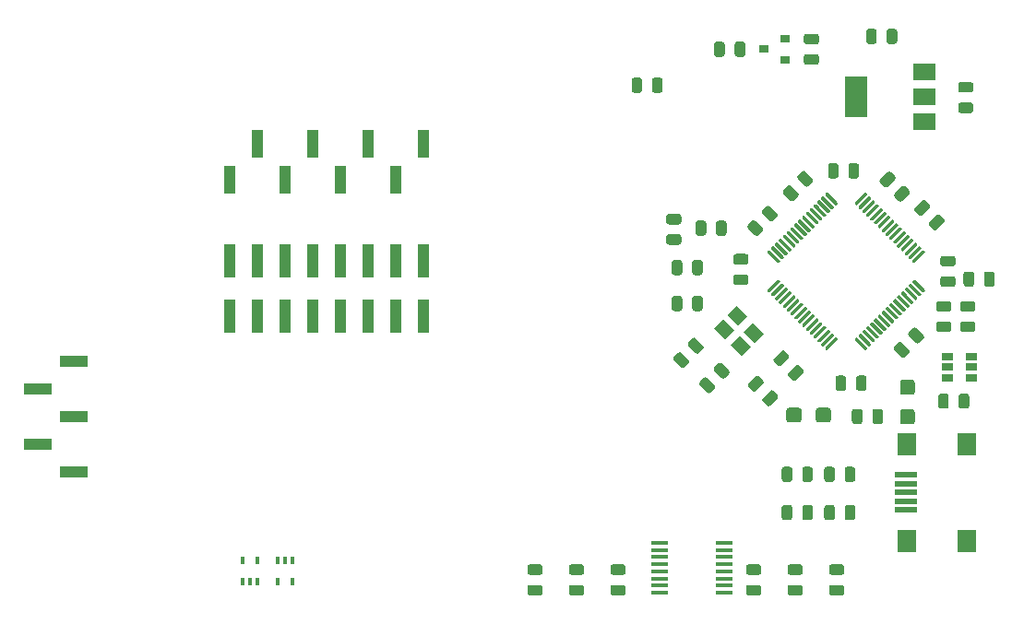
<source format=gtp>
G04 #@! TF.GenerationSoftware,KiCad,Pcbnew,5.1.8*
G04 #@! TF.CreationDate,2020-11-30T22:47:38+01:00*
G04 #@! TF.ProjectId,ml_dev_board,6d6c5f64-6576-45f6-926f-6172642e6b69,rev?*
G04 #@! TF.SameCoordinates,Original*
G04 #@! TF.FileFunction,Paste,Top*
G04 #@! TF.FilePolarity,Positive*
%FSLAX46Y46*%
G04 Gerber Fmt 4.6, Leading zero omitted, Abs format (unit mm)*
G04 Created by KiCad (PCBNEW 5.1.8) date 2020-11-30 22:47:38*
%MOMM*%
%LPD*%
G01*
G04 APERTURE LIST*
%ADD10R,2.000000X0.500000*%
%ADD11R,1.700000X2.000000*%
%ADD12R,1.000000X3.150000*%
%ADD13R,2.510000X1.000000*%
%ADD14R,0.400000X0.650000*%
%ADD15R,1.060000X0.650000*%
%ADD16R,2.000000X3.800000*%
%ADD17R,2.000000X1.500000*%
%ADD18R,1.500000X0.450000*%
%ADD19R,1.000000X2.510000*%
%ADD20C,0.100000*%
%ADD21R,0.900000X0.800000*%
G04 APERTURE END LIST*
D10*
X179100000Y-111200000D03*
X179100000Y-110400000D03*
X179100000Y-109600000D03*
X179100000Y-108800000D03*
X179100000Y-108000000D03*
D11*
X179200000Y-114050000D03*
X184650000Y-114050000D03*
X179200000Y-105150000D03*
X184650000Y-105150000D03*
D12*
X117000000Y-88370000D03*
X119540000Y-88370000D03*
X122080000Y-88370000D03*
X124620000Y-88370000D03*
X127160000Y-88370000D03*
X129700000Y-88370000D03*
X132240000Y-88370000D03*
X134780000Y-88370000D03*
X132240000Y-93450000D03*
X134780000Y-93450000D03*
X117000000Y-93450000D03*
X119540000Y-93450000D03*
X122080000Y-93450000D03*
X124620000Y-93450000D03*
X127160000Y-93450000D03*
X129700000Y-93450000D03*
D13*
X99425000Y-100120000D03*
X99425000Y-105200000D03*
X102735000Y-97580000D03*
X102735000Y-102660000D03*
X102735000Y-107740000D03*
D14*
X122730000Y-115890000D03*
X121430000Y-115890000D03*
X122080000Y-115890000D03*
X121430000Y-117790000D03*
X122730000Y-117790000D03*
X118240000Y-115890000D03*
X119540000Y-115890000D03*
X118890000Y-117790000D03*
X119540000Y-117790000D03*
X118240000Y-117790000D03*
D15*
X182900000Y-97150000D03*
X182900000Y-98100000D03*
X182900000Y-99050000D03*
X185100000Y-99050000D03*
X185100000Y-97150000D03*
X185100000Y-98100000D03*
D16*
X174490000Y-73280000D03*
D17*
X180790000Y-73280000D03*
X180790000Y-70980000D03*
X180790000Y-75580000D03*
D18*
X156498000Y-114251000D03*
X156498000Y-114901000D03*
X156498000Y-115551000D03*
X156498000Y-116201000D03*
X156498000Y-116851000D03*
X156498000Y-117501000D03*
X156498000Y-118151000D03*
X156498000Y-118801000D03*
X162398000Y-118801000D03*
X162398000Y-118151000D03*
X162398000Y-117501000D03*
X162398000Y-116851000D03*
X162398000Y-116201000D03*
X162398000Y-115551000D03*
X162398000Y-114901000D03*
X162398000Y-114251000D03*
D19*
X117000000Y-80855000D03*
X122080000Y-80855000D03*
X127160000Y-80855000D03*
X132240000Y-80855000D03*
X119540000Y-77545000D03*
X124620000Y-77545000D03*
X129700000Y-77545000D03*
X134780000Y-77545000D03*
G36*
G01*
X184293750Y-93900000D02*
X185206250Y-93900000D01*
G75*
G02*
X185450000Y-94143750I0J-243750D01*
G01*
X185450000Y-94631250D01*
G75*
G02*
X185206250Y-94875000I-243750J0D01*
G01*
X184293750Y-94875000D01*
G75*
G02*
X184050000Y-94631250I0J243750D01*
G01*
X184050000Y-94143750D01*
G75*
G02*
X184293750Y-93900000I243750J0D01*
G01*
G37*
G36*
G01*
X184293750Y-92025000D02*
X185206250Y-92025000D01*
G75*
G02*
X185450000Y-92268750I0J-243750D01*
G01*
X185450000Y-92756250D01*
G75*
G02*
X185206250Y-93000000I-243750J0D01*
G01*
X184293750Y-93000000D01*
G75*
G02*
X184050000Y-92756250I0J243750D01*
G01*
X184050000Y-92268750D01*
G75*
G02*
X184293750Y-92025000I243750J0D01*
G01*
G37*
G36*
G01*
X184103750Y-73780000D02*
X185016250Y-73780000D01*
G75*
G02*
X185260000Y-74023750I0J-243750D01*
G01*
X185260000Y-74511250D01*
G75*
G02*
X185016250Y-74755000I-243750J0D01*
G01*
X184103750Y-74755000D01*
G75*
G02*
X183860000Y-74511250I0J243750D01*
G01*
X183860000Y-74023750D01*
G75*
G02*
X184103750Y-73780000I243750J0D01*
G01*
G37*
G36*
G01*
X184103750Y-71905000D02*
X185016250Y-71905000D01*
G75*
G02*
X185260000Y-72148750I0J-243750D01*
G01*
X185260000Y-72636250D01*
G75*
G02*
X185016250Y-72880000I-243750J0D01*
G01*
X184103750Y-72880000D01*
G75*
G02*
X183860000Y-72636250I0J243750D01*
G01*
X183860000Y-72148750D01*
G75*
G02*
X184103750Y-71905000I243750J0D01*
G01*
G37*
G36*
G01*
X159805010Y-95459755D02*
X160450245Y-96104990D01*
G75*
G02*
X160450245Y-96449704I-172357J-172357D01*
G01*
X160105530Y-96794419D01*
G75*
G02*
X159760816Y-96794419I-172357J172357D01*
G01*
X159115581Y-96149184D01*
G75*
G02*
X159115581Y-95804470I172357J172357D01*
G01*
X159460296Y-95459755D01*
G75*
G02*
X159805010Y-95459755I172357J-172357D01*
G01*
G37*
G36*
G01*
X158479184Y-96785581D02*
X159124419Y-97430816D01*
G75*
G02*
X159124419Y-97775530I-172357J-172357D01*
G01*
X158779704Y-98120245D01*
G75*
G02*
X158434990Y-98120245I-172357J172357D01*
G01*
X157789755Y-97475010D01*
G75*
G02*
X157789755Y-97130296I172357J172357D01*
G01*
X158134470Y-96785581D01*
G75*
G02*
X158479184Y-96785581I172357J-172357D01*
G01*
G37*
G36*
G01*
X177300000Y-68166250D02*
X177300000Y-67253750D01*
G75*
G02*
X177543750Y-67010000I243750J0D01*
G01*
X178031250Y-67010000D01*
G75*
G02*
X178275000Y-67253750I0J-243750D01*
G01*
X178275000Y-68166250D01*
G75*
G02*
X178031250Y-68410000I-243750J0D01*
G01*
X177543750Y-68410000D01*
G75*
G02*
X177300000Y-68166250I0J243750D01*
G01*
G37*
G36*
G01*
X175425000Y-68166250D02*
X175425000Y-67253750D01*
G75*
G02*
X175668750Y-67010000I243750J0D01*
G01*
X176156250Y-67010000D01*
G75*
G02*
X176400000Y-67253750I0J-243750D01*
G01*
X176400000Y-68166250D01*
G75*
G02*
X176156250Y-68410000I-243750J0D01*
G01*
X175668750Y-68410000D01*
G75*
G02*
X175425000Y-68166250I0J243750D01*
G01*
G37*
G36*
G01*
X160859184Y-99095581D02*
X161504419Y-99740816D01*
G75*
G02*
X161504419Y-100085530I-172357J-172357D01*
G01*
X161159704Y-100430245D01*
G75*
G02*
X160814990Y-100430245I-172357J172357D01*
G01*
X160169755Y-99785010D01*
G75*
G02*
X160169755Y-99440296I172357J172357D01*
G01*
X160514470Y-99095581D01*
G75*
G02*
X160859184Y-99095581I172357J-172357D01*
G01*
G37*
G36*
G01*
X162185010Y-97769755D02*
X162830245Y-98414990D01*
G75*
G02*
X162830245Y-98759704I-172357J-172357D01*
G01*
X162485530Y-99104419D01*
G75*
G02*
X162140816Y-99104419I-172357J172357D01*
G01*
X161495581Y-98459184D01*
G75*
G02*
X161495581Y-98114470I172357J172357D01*
G01*
X161840296Y-97769755D01*
G75*
G02*
X162185010Y-97769755I172357J-172357D01*
G01*
G37*
G36*
G01*
X171925000Y-80516250D02*
X171925000Y-79603750D01*
G75*
G02*
X172168750Y-79360000I243750J0D01*
G01*
X172656250Y-79360000D01*
G75*
G02*
X172900000Y-79603750I0J-243750D01*
G01*
X172900000Y-80516250D01*
G75*
G02*
X172656250Y-80760000I-243750J0D01*
G01*
X172168750Y-80760000D01*
G75*
G02*
X171925000Y-80516250I0J243750D01*
G01*
G37*
G36*
G01*
X173800000Y-80516250D02*
X173800000Y-79603750D01*
G75*
G02*
X174043750Y-79360000I243750J0D01*
G01*
X174531250Y-79360000D01*
G75*
G02*
X174775000Y-79603750I0J-243750D01*
G01*
X174775000Y-80516250D01*
G75*
G02*
X174531250Y-80760000I-243750J0D01*
G01*
X174043750Y-80760000D01*
G75*
G02*
X173800000Y-80516250I0J243750D01*
G01*
G37*
G36*
G01*
X168295581Y-98600816D02*
X168940816Y-97955581D01*
G75*
G02*
X169285530Y-97955581I172357J-172357D01*
G01*
X169630245Y-98300296D01*
G75*
G02*
X169630245Y-98645010I-172357J-172357D01*
G01*
X168985010Y-99290245D01*
G75*
G02*
X168640296Y-99290245I-172357J172357D01*
G01*
X168295581Y-98945530D01*
G75*
G02*
X168295581Y-98600816I172357J172357D01*
G01*
G37*
G36*
G01*
X166969755Y-97274990D02*
X167614990Y-96629755D01*
G75*
G02*
X167959704Y-96629755I172357J-172357D01*
G01*
X168304419Y-96974470D01*
G75*
G02*
X168304419Y-97319184I-172357J-172357D01*
G01*
X167659184Y-97964419D01*
G75*
G02*
X167314470Y-97964419I-172357J172357D01*
G01*
X166969755Y-97619704D01*
G75*
G02*
X166969755Y-97274990I172357J172357D01*
G01*
G37*
G36*
G01*
X179909755Y-83454990D02*
X180554990Y-82809755D01*
G75*
G02*
X180899704Y-82809755I172357J-172357D01*
G01*
X181244419Y-83154470D01*
G75*
G02*
X181244419Y-83499184I-172357J-172357D01*
G01*
X180599184Y-84144419D01*
G75*
G02*
X180254470Y-84144419I-172357J172357D01*
G01*
X179909755Y-83799704D01*
G75*
G02*
X179909755Y-83454990I172357J172357D01*
G01*
G37*
G36*
G01*
X181235581Y-84780816D02*
X181880816Y-84135581D01*
G75*
G02*
X182225530Y-84135581I172357J-172357D01*
G01*
X182570245Y-84480296D01*
G75*
G02*
X182570245Y-84825010I-172357J-172357D01*
G01*
X181925010Y-85470245D01*
G75*
G02*
X181580296Y-85470245I-172357J172357D01*
G01*
X181235581Y-85125530D01*
G75*
G02*
X181235581Y-84780816I172357J172357D01*
G01*
G37*
G36*
G01*
X166595010Y-83339755D02*
X167240245Y-83984990D01*
G75*
G02*
X167240245Y-84329704I-172357J-172357D01*
G01*
X166895530Y-84674419D01*
G75*
G02*
X166550816Y-84674419I-172357J172357D01*
G01*
X165905581Y-84029184D01*
G75*
G02*
X165905581Y-83684470I172357J172357D01*
G01*
X166250296Y-83339755D01*
G75*
G02*
X166595010Y-83339755I172357J-172357D01*
G01*
G37*
G36*
G01*
X165269184Y-84665581D02*
X165914419Y-85310816D01*
G75*
G02*
X165914419Y-85655530I-172357J-172357D01*
G01*
X165569704Y-86000245D01*
G75*
G02*
X165224990Y-86000245I-172357J172357D01*
G01*
X164579755Y-85355010D01*
G75*
G02*
X164579755Y-85010296I172357J172357D01*
G01*
X164924470Y-84665581D01*
G75*
G02*
X165269184Y-84665581I172357J-172357D01*
G01*
G37*
G36*
G01*
X178664990Y-97180245D02*
X178019755Y-96535010D01*
G75*
G02*
X178019755Y-96190296I172357J172357D01*
G01*
X178364470Y-95845581D01*
G75*
G02*
X178709184Y-95845581I172357J-172357D01*
G01*
X179354419Y-96490816D01*
G75*
G02*
X179354419Y-96835530I-172357J-172357D01*
G01*
X179009704Y-97180245D01*
G75*
G02*
X178664990Y-97180245I-172357J172357D01*
G01*
G37*
G36*
G01*
X179990816Y-95854419D02*
X179345581Y-95209184D01*
G75*
G02*
X179345581Y-94864470I172357J172357D01*
G01*
X179690296Y-94519755D01*
G75*
G02*
X180035010Y-94519755I172357J-172357D01*
G01*
X180680245Y-95164990D01*
G75*
G02*
X180680245Y-95509704I-172357J-172357D01*
G01*
X180335530Y-95854419D01*
G75*
G02*
X179990816Y-95854419I-172357J172357D01*
G01*
G37*
G36*
G01*
X183386250Y-90725000D02*
X182473750Y-90725000D01*
G75*
G02*
X182230000Y-90481250I0J243750D01*
G01*
X182230000Y-89993750D01*
G75*
G02*
X182473750Y-89750000I243750J0D01*
G01*
X183386250Y-89750000D01*
G75*
G02*
X183630000Y-89993750I0J-243750D01*
G01*
X183630000Y-90481250D01*
G75*
G02*
X183386250Y-90725000I-243750J0D01*
G01*
G37*
G36*
G01*
X183386250Y-88850000D02*
X182473750Y-88850000D01*
G75*
G02*
X182230000Y-88606250I0J243750D01*
G01*
X182230000Y-88118750D01*
G75*
G02*
X182473750Y-87875000I243750J0D01*
G01*
X183386250Y-87875000D01*
G75*
G02*
X183630000Y-88118750I0J-243750D01*
G01*
X183630000Y-88606250D01*
G75*
G02*
X183386250Y-88850000I-243750J0D01*
G01*
G37*
G36*
G01*
X179380245Y-82205010D02*
X178735010Y-82850245D01*
G75*
G02*
X178390296Y-82850245I-172357J172357D01*
G01*
X178045581Y-82505530D01*
G75*
G02*
X178045581Y-82160816I172357J172357D01*
G01*
X178690816Y-81515581D01*
G75*
G02*
X179035530Y-81515581I172357J-172357D01*
G01*
X179380245Y-81860296D01*
G75*
G02*
X179380245Y-82205010I-172357J-172357D01*
G01*
G37*
G36*
G01*
X178054419Y-80879184D02*
X177409184Y-81524419D01*
G75*
G02*
X177064470Y-81524419I-172357J172357D01*
G01*
X176719755Y-81179704D01*
G75*
G02*
X176719755Y-80834990I172357J172357D01*
G01*
X177364990Y-80189755D01*
G75*
G02*
X177709704Y-80189755I172357J-172357D01*
G01*
X178054419Y-80534470D01*
G75*
G02*
X178054419Y-80879184I-172357J-172357D01*
G01*
G37*
G36*
G01*
X169810816Y-81464419D02*
X169165581Y-80819184D01*
G75*
G02*
X169165581Y-80474470I172357J172357D01*
G01*
X169510296Y-80129755D01*
G75*
G02*
X169855010Y-80129755I172357J-172357D01*
G01*
X170500245Y-80774990D01*
G75*
G02*
X170500245Y-81119704I-172357J-172357D01*
G01*
X170155530Y-81464419D01*
G75*
G02*
X169810816Y-81464419I-172357J172357D01*
G01*
G37*
G36*
G01*
X168484990Y-82790245D02*
X167839755Y-82145010D01*
G75*
G02*
X167839755Y-81800296I172357J172357D01*
G01*
X168184470Y-81455581D01*
G75*
G02*
X168529184Y-81455581I172357J-172357D01*
G01*
X169174419Y-82100816D01*
G75*
G02*
X169174419Y-82445530I-172357J-172357D01*
G01*
X168829704Y-82790245D01*
G75*
G02*
X168484990Y-82790245I-172357J172357D01*
G01*
G37*
G36*
G01*
X164643750Y-118096000D02*
X165556250Y-118096000D01*
G75*
G02*
X165800000Y-118339750I0J-243750D01*
G01*
X165800000Y-118827250D01*
G75*
G02*
X165556250Y-119071000I-243750J0D01*
G01*
X164643750Y-119071000D01*
G75*
G02*
X164400000Y-118827250I0J243750D01*
G01*
X164400000Y-118339750D01*
G75*
G02*
X164643750Y-118096000I243750J0D01*
G01*
G37*
G36*
G01*
X164643750Y-116221000D02*
X165556250Y-116221000D01*
G75*
G02*
X165800000Y-116464750I0J-243750D01*
G01*
X165800000Y-116952250D01*
G75*
G02*
X165556250Y-117196000I-243750J0D01*
G01*
X164643750Y-117196000D01*
G75*
G02*
X164400000Y-116952250I0J243750D01*
G01*
X164400000Y-116464750D01*
G75*
G02*
X164643750Y-116221000I243750J0D01*
G01*
G37*
G36*
G01*
X172550000Y-110997750D02*
X172550000Y-111910250D01*
G75*
G02*
X172306250Y-112154000I-243750J0D01*
G01*
X171818750Y-112154000D01*
G75*
G02*
X171575000Y-111910250I0J243750D01*
G01*
X171575000Y-110997750D01*
G75*
G02*
X171818750Y-110754000I243750J0D01*
G01*
X172306250Y-110754000D01*
G75*
G02*
X172550000Y-110997750I0J-243750D01*
G01*
G37*
G36*
G01*
X174425000Y-110997750D02*
X174425000Y-111910250D01*
G75*
G02*
X174181250Y-112154000I-243750J0D01*
G01*
X173693750Y-112154000D01*
G75*
G02*
X173450000Y-111910250I0J243750D01*
G01*
X173450000Y-110997750D01*
G75*
G02*
X173693750Y-110754000I243750J0D01*
G01*
X174181250Y-110754000D01*
G75*
G02*
X174425000Y-110997750I0J-243750D01*
G01*
G37*
G36*
G01*
X170525000Y-110997750D02*
X170525000Y-111910250D01*
G75*
G02*
X170281250Y-112154000I-243750J0D01*
G01*
X169793750Y-112154000D01*
G75*
G02*
X169550000Y-111910250I0J243750D01*
G01*
X169550000Y-110997750D01*
G75*
G02*
X169793750Y-110754000I243750J0D01*
G01*
X170281250Y-110754000D01*
G75*
G02*
X170525000Y-110997750I0J-243750D01*
G01*
G37*
G36*
G01*
X168650000Y-110997750D02*
X168650000Y-111910250D01*
G75*
G02*
X168406250Y-112154000I-243750J0D01*
G01*
X167918750Y-112154000D01*
G75*
G02*
X167675000Y-111910250I0J243750D01*
G01*
X167675000Y-110997750D01*
G75*
G02*
X167918750Y-110754000I243750J0D01*
G01*
X168406250Y-110754000D01*
G75*
G02*
X168650000Y-110997750I0J-243750D01*
G01*
G37*
G36*
G01*
X174425000Y-107497750D02*
X174425000Y-108410250D01*
G75*
G02*
X174181250Y-108654000I-243750J0D01*
G01*
X173693750Y-108654000D01*
G75*
G02*
X173450000Y-108410250I0J243750D01*
G01*
X173450000Y-107497750D01*
G75*
G02*
X173693750Y-107254000I243750J0D01*
G01*
X174181250Y-107254000D01*
G75*
G02*
X174425000Y-107497750I0J-243750D01*
G01*
G37*
G36*
G01*
X172550000Y-107497750D02*
X172550000Y-108410250D01*
G75*
G02*
X172306250Y-108654000I-243750J0D01*
G01*
X171818750Y-108654000D01*
G75*
G02*
X171575000Y-108410250I0J243750D01*
G01*
X171575000Y-107497750D01*
G75*
G02*
X171818750Y-107254000I243750J0D01*
G01*
X172306250Y-107254000D01*
G75*
G02*
X172550000Y-107497750I0J-243750D01*
G01*
G37*
G36*
G01*
X168650000Y-107497750D02*
X168650000Y-108410250D01*
G75*
G02*
X168406250Y-108654000I-243750J0D01*
G01*
X167918750Y-108654000D01*
G75*
G02*
X167675000Y-108410250I0J243750D01*
G01*
X167675000Y-107497750D01*
G75*
G02*
X167918750Y-107254000I243750J0D01*
G01*
X168406250Y-107254000D01*
G75*
G02*
X168650000Y-107497750I0J-243750D01*
G01*
G37*
G36*
G01*
X170525000Y-107497750D02*
X170525000Y-108410250D01*
G75*
G02*
X170281250Y-108654000I-243750J0D01*
G01*
X169793750Y-108654000D01*
G75*
G02*
X169550000Y-108410250I0J243750D01*
G01*
X169550000Y-107497750D01*
G75*
G02*
X169793750Y-107254000I243750J0D01*
G01*
X170281250Y-107254000D01*
G75*
G02*
X170525000Y-107497750I0J-243750D01*
G01*
G37*
G36*
G01*
X161650000Y-85786250D02*
X161650000Y-84873750D01*
G75*
G02*
X161893750Y-84630000I243750J0D01*
G01*
X162381250Y-84630000D01*
G75*
G02*
X162625000Y-84873750I0J-243750D01*
G01*
X162625000Y-85786250D01*
G75*
G02*
X162381250Y-86030000I-243750J0D01*
G01*
X161893750Y-86030000D01*
G75*
G02*
X161650000Y-85786250I0J243750D01*
G01*
G37*
G36*
G01*
X159775000Y-85786250D02*
X159775000Y-84873750D01*
G75*
G02*
X160018750Y-84630000I243750J0D01*
G01*
X160506250Y-84630000D01*
G75*
G02*
X160750000Y-84873750I0J-243750D01*
G01*
X160750000Y-85786250D01*
G75*
G02*
X160506250Y-86030000I-243750J0D01*
G01*
X160018750Y-86030000D01*
G75*
G02*
X159775000Y-85786250I0J243750D01*
G01*
G37*
G36*
G01*
X184365000Y-90466250D02*
X184365000Y-89553750D01*
G75*
G02*
X184608750Y-89310000I243750J0D01*
G01*
X185096250Y-89310000D01*
G75*
G02*
X185340000Y-89553750I0J-243750D01*
G01*
X185340000Y-90466250D01*
G75*
G02*
X185096250Y-90710000I-243750J0D01*
G01*
X184608750Y-90710000D01*
G75*
G02*
X184365000Y-90466250I0J243750D01*
G01*
G37*
G36*
G01*
X186240000Y-90466250D02*
X186240000Y-89553750D01*
G75*
G02*
X186483750Y-89310000I243750J0D01*
G01*
X186971250Y-89310000D01*
G75*
G02*
X187215000Y-89553750I0J-243750D01*
G01*
X187215000Y-90466250D01*
G75*
G02*
X186971250Y-90710000I-243750J0D01*
G01*
X186483750Y-90710000D01*
G75*
G02*
X186240000Y-90466250I0J243750D01*
G01*
G37*
G36*
G01*
X182093750Y-93900000D02*
X183006250Y-93900000D01*
G75*
G02*
X183250000Y-94143750I0J-243750D01*
G01*
X183250000Y-94631250D01*
G75*
G02*
X183006250Y-94875000I-243750J0D01*
G01*
X182093750Y-94875000D01*
G75*
G02*
X181850000Y-94631250I0J243750D01*
G01*
X181850000Y-94143750D01*
G75*
G02*
X182093750Y-93900000I243750J0D01*
G01*
G37*
G36*
G01*
X182093750Y-92025000D02*
X183006250Y-92025000D01*
G75*
G02*
X183250000Y-92268750I0J-243750D01*
G01*
X183250000Y-92756250D01*
G75*
G02*
X183006250Y-93000000I-243750J0D01*
G01*
X182093750Y-93000000D01*
G75*
G02*
X181850000Y-92756250I0J243750D01*
G01*
X181850000Y-92268750D01*
G75*
G02*
X182093750Y-92025000I243750J0D01*
G01*
G37*
G36*
G01*
X182035000Y-101676250D02*
X182035000Y-100763750D01*
G75*
G02*
X182278750Y-100520000I243750J0D01*
G01*
X182766250Y-100520000D01*
G75*
G02*
X183010000Y-100763750I0J-243750D01*
G01*
X183010000Y-101676250D01*
G75*
G02*
X182766250Y-101920000I-243750J0D01*
G01*
X182278750Y-101920000D01*
G75*
G02*
X182035000Y-101676250I0J243750D01*
G01*
G37*
G36*
G01*
X183910000Y-101676250D02*
X183910000Y-100763750D01*
G75*
G02*
X184153750Y-100520000I243750J0D01*
G01*
X184641250Y-100520000D01*
G75*
G02*
X184885000Y-100763750I0J-243750D01*
G01*
X184885000Y-101676250D01*
G75*
G02*
X184641250Y-101920000I-243750J0D01*
G01*
X184153750Y-101920000D01*
G75*
G02*
X183910000Y-101676250I0J243750D01*
G01*
G37*
G36*
G01*
X158550000Y-88503750D02*
X158550000Y-89416250D01*
G75*
G02*
X158306250Y-89660000I-243750J0D01*
G01*
X157818750Y-89660000D01*
G75*
G02*
X157575000Y-89416250I0J243750D01*
G01*
X157575000Y-88503750D01*
G75*
G02*
X157818750Y-88260000I243750J0D01*
G01*
X158306250Y-88260000D01*
G75*
G02*
X158550000Y-88503750I0J-243750D01*
G01*
G37*
G36*
G01*
X160425000Y-88503750D02*
X160425000Y-89416250D01*
G75*
G02*
X160181250Y-89660000I-243750J0D01*
G01*
X159693750Y-89660000D01*
G75*
G02*
X159450000Y-89416250I0J243750D01*
G01*
X159450000Y-88503750D01*
G75*
G02*
X159693750Y-88260000I243750J0D01*
G01*
X160181250Y-88260000D01*
G75*
G02*
X160425000Y-88503750I0J-243750D01*
G01*
G37*
G36*
G01*
X158226250Y-86865000D02*
X157313750Y-86865000D01*
G75*
G02*
X157070000Y-86621250I0J243750D01*
G01*
X157070000Y-86133750D01*
G75*
G02*
X157313750Y-85890000I243750J0D01*
G01*
X158226250Y-85890000D01*
G75*
G02*
X158470000Y-86133750I0J-243750D01*
G01*
X158470000Y-86621250D01*
G75*
G02*
X158226250Y-86865000I-243750J0D01*
G01*
G37*
G36*
G01*
X158226250Y-84990000D02*
X157313750Y-84990000D01*
G75*
G02*
X157070000Y-84746250I0J243750D01*
G01*
X157070000Y-84258750D01*
G75*
G02*
X157313750Y-84015000I243750J0D01*
G01*
X158226250Y-84015000D01*
G75*
G02*
X158470000Y-84258750I0J-243750D01*
G01*
X158470000Y-84746250D01*
G75*
G02*
X158226250Y-84990000I-243750J0D01*
G01*
G37*
G36*
G01*
X158550000Y-91793750D02*
X158550000Y-92706250D01*
G75*
G02*
X158306250Y-92950000I-243750J0D01*
G01*
X157818750Y-92950000D01*
G75*
G02*
X157575000Y-92706250I0J243750D01*
G01*
X157575000Y-91793750D01*
G75*
G02*
X157818750Y-91550000I243750J0D01*
G01*
X158306250Y-91550000D01*
G75*
G02*
X158550000Y-91793750I0J-243750D01*
G01*
G37*
G36*
G01*
X160425000Y-91793750D02*
X160425000Y-92706250D01*
G75*
G02*
X160181250Y-92950000I-243750J0D01*
G01*
X159693750Y-92950000D01*
G75*
G02*
X159450000Y-92706250I0J243750D01*
G01*
X159450000Y-91793750D01*
G75*
G02*
X159693750Y-91550000I243750J0D01*
G01*
X160181250Y-91550000D01*
G75*
G02*
X160425000Y-91793750I0J-243750D01*
G01*
G37*
G36*
G01*
X153110250Y-119071000D02*
X152197750Y-119071000D01*
G75*
G02*
X151954000Y-118827250I0J243750D01*
G01*
X151954000Y-118339750D01*
G75*
G02*
X152197750Y-118096000I243750J0D01*
G01*
X153110250Y-118096000D01*
G75*
G02*
X153354000Y-118339750I0J-243750D01*
G01*
X153354000Y-118827250D01*
G75*
G02*
X153110250Y-119071000I-243750J0D01*
G01*
G37*
G36*
G01*
X153110250Y-117196000D02*
X152197750Y-117196000D01*
G75*
G02*
X151954000Y-116952250I0J243750D01*
G01*
X151954000Y-116464750D01*
G75*
G02*
X152197750Y-116221000I243750J0D01*
G01*
X153110250Y-116221000D01*
G75*
G02*
X153354000Y-116464750I0J-243750D01*
G01*
X153354000Y-116952250D01*
G75*
G02*
X153110250Y-117196000I-243750J0D01*
G01*
G37*
G36*
G01*
X173176250Y-117196000D02*
X172263750Y-117196000D01*
G75*
G02*
X172020000Y-116952250I0J243750D01*
G01*
X172020000Y-116464750D01*
G75*
G02*
X172263750Y-116221000I243750J0D01*
G01*
X173176250Y-116221000D01*
G75*
G02*
X173420000Y-116464750I0J-243750D01*
G01*
X173420000Y-116952250D01*
G75*
G02*
X173176250Y-117196000I-243750J0D01*
G01*
G37*
G36*
G01*
X173176250Y-119071000D02*
X172263750Y-119071000D01*
G75*
G02*
X172020000Y-118827250I0J243750D01*
G01*
X172020000Y-118339750D01*
G75*
G02*
X172263750Y-118096000I243750J0D01*
G01*
X173176250Y-118096000D01*
G75*
G02*
X173420000Y-118339750I0J-243750D01*
G01*
X173420000Y-118827250D01*
G75*
G02*
X173176250Y-119071000I-243750J0D01*
G01*
G37*
G36*
G01*
X169366250Y-119071000D02*
X168453750Y-119071000D01*
G75*
G02*
X168210000Y-118827250I0J243750D01*
G01*
X168210000Y-118339750D01*
G75*
G02*
X168453750Y-118096000I243750J0D01*
G01*
X169366250Y-118096000D01*
G75*
G02*
X169610000Y-118339750I0J-243750D01*
G01*
X169610000Y-118827250D01*
G75*
G02*
X169366250Y-119071000I-243750J0D01*
G01*
G37*
G36*
G01*
X169366250Y-117196000D02*
X168453750Y-117196000D01*
G75*
G02*
X168210000Y-116952250I0J243750D01*
G01*
X168210000Y-116464750D01*
G75*
G02*
X168453750Y-116221000I243750J0D01*
G01*
X169366250Y-116221000D01*
G75*
G02*
X169610000Y-116464750I0J-243750D01*
G01*
X169610000Y-116952250D01*
G75*
G02*
X169366250Y-117196000I-243750J0D01*
G01*
G37*
G36*
G01*
X145490250Y-117196000D02*
X144577750Y-117196000D01*
G75*
G02*
X144334000Y-116952250I0J243750D01*
G01*
X144334000Y-116464750D01*
G75*
G02*
X144577750Y-116221000I243750J0D01*
G01*
X145490250Y-116221000D01*
G75*
G02*
X145734000Y-116464750I0J-243750D01*
G01*
X145734000Y-116952250D01*
G75*
G02*
X145490250Y-117196000I-243750J0D01*
G01*
G37*
G36*
G01*
X145490250Y-119071000D02*
X144577750Y-119071000D01*
G75*
G02*
X144334000Y-118827250I0J243750D01*
G01*
X144334000Y-118339750D01*
G75*
G02*
X144577750Y-118096000I243750J0D01*
G01*
X145490250Y-118096000D01*
G75*
G02*
X145734000Y-118339750I0J-243750D01*
G01*
X145734000Y-118827250D01*
G75*
G02*
X145490250Y-119071000I-243750J0D01*
G01*
G37*
G36*
G01*
X149300250Y-119071000D02*
X148387750Y-119071000D01*
G75*
G02*
X148144000Y-118827250I0J243750D01*
G01*
X148144000Y-118339750D01*
G75*
G02*
X148387750Y-118096000I243750J0D01*
G01*
X149300250Y-118096000D01*
G75*
G02*
X149544000Y-118339750I0J-243750D01*
G01*
X149544000Y-118827250D01*
G75*
G02*
X149300250Y-119071000I-243750J0D01*
G01*
G37*
G36*
G01*
X149300250Y-117196000D02*
X148387750Y-117196000D01*
G75*
G02*
X148144000Y-116952250I0J243750D01*
G01*
X148144000Y-116464750D01*
G75*
G02*
X148387750Y-116221000I243750J0D01*
G01*
X149300250Y-116221000D01*
G75*
G02*
X149544000Y-116464750I0J-243750D01*
G01*
X149544000Y-116952250D01*
G75*
G02*
X149300250Y-117196000I-243750J0D01*
G01*
G37*
D20*
G36*
X161451903Y-94512512D02*
G01*
X162300431Y-93663984D01*
X163290381Y-94653934D01*
X162441853Y-95502462D01*
X161451903Y-94512512D01*
G37*
G36*
X163007538Y-96068147D02*
G01*
X163856066Y-95219619D01*
X164846016Y-96209569D01*
X163997488Y-97058097D01*
X163007538Y-96068147D01*
G37*
G36*
X164209619Y-94866066D02*
G01*
X165058147Y-94017538D01*
X166048097Y-95007488D01*
X165199569Y-95856016D01*
X164209619Y-94866066D01*
G37*
G36*
X162653984Y-93310431D02*
G01*
X163502512Y-92461903D01*
X164492462Y-93451853D01*
X163643934Y-94300381D01*
X162653984Y-93310431D01*
G37*
G36*
G01*
X175990000Y-103086250D02*
X175990000Y-102173750D01*
G75*
G02*
X176233750Y-101930000I243750J0D01*
G01*
X176721250Y-101930000D01*
G75*
G02*
X176965000Y-102173750I0J-243750D01*
G01*
X176965000Y-103086250D01*
G75*
G02*
X176721250Y-103330000I-243750J0D01*
G01*
X176233750Y-103330000D01*
G75*
G02*
X175990000Y-103086250I0J243750D01*
G01*
G37*
G36*
G01*
X174115000Y-103086250D02*
X174115000Y-102173750D01*
G75*
G02*
X174358750Y-101930000I243750J0D01*
G01*
X174846250Y-101930000D01*
G75*
G02*
X175090000Y-102173750I0J-243750D01*
G01*
X175090000Y-103086250D01*
G75*
G02*
X174846250Y-103330000I-243750J0D01*
G01*
X174358750Y-103330000D01*
G75*
G02*
X174115000Y-103086250I0J243750D01*
G01*
G37*
G36*
G01*
X164619755Y-99604990D02*
X165264990Y-98959755D01*
G75*
G02*
X165609704Y-98959755I172357J-172357D01*
G01*
X165954419Y-99304470D01*
G75*
G02*
X165954419Y-99649184I-172357J-172357D01*
G01*
X165309184Y-100294419D01*
G75*
G02*
X164964470Y-100294419I-172357J172357D01*
G01*
X164619755Y-99949704D01*
G75*
G02*
X164619755Y-99604990I172357J172357D01*
G01*
G37*
G36*
G01*
X165945581Y-100930816D02*
X166590816Y-100285581D01*
G75*
G02*
X166935530Y-100285581I172357J-172357D01*
G01*
X167280245Y-100630296D01*
G75*
G02*
X167280245Y-100975010I-172357J-172357D01*
G01*
X166635010Y-101620245D01*
G75*
G02*
X166290296Y-101620245I-172357J172357D01*
G01*
X165945581Y-101275530D01*
G75*
G02*
X165945581Y-100930816I172357J172357D01*
G01*
G37*
G36*
G01*
X174490000Y-100026250D02*
X174490000Y-99113750D01*
G75*
G02*
X174733750Y-98870000I243750J0D01*
G01*
X175221250Y-98870000D01*
G75*
G02*
X175465000Y-99113750I0J-243750D01*
G01*
X175465000Y-100026250D01*
G75*
G02*
X175221250Y-100270000I-243750J0D01*
G01*
X174733750Y-100270000D01*
G75*
G02*
X174490000Y-100026250I0J243750D01*
G01*
G37*
G36*
G01*
X172615000Y-100026250D02*
X172615000Y-99113750D01*
G75*
G02*
X172858750Y-98870000I243750J0D01*
G01*
X173346250Y-98870000D01*
G75*
G02*
X173590000Y-99113750I0J-243750D01*
G01*
X173590000Y-100026250D01*
G75*
G02*
X173346250Y-100270000I-243750J0D01*
G01*
X172858750Y-100270000D01*
G75*
G02*
X172615000Y-100026250I0J243750D01*
G01*
G37*
G36*
G01*
X164376250Y-90545000D02*
X163463750Y-90545000D01*
G75*
G02*
X163220000Y-90301250I0J243750D01*
G01*
X163220000Y-89813750D01*
G75*
G02*
X163463750Y-89570000I243750J0D01*
G01*
X164376250Y-89570000D01*
G75*
G02*
X164620000Y-89813750I0J-243750D01*
G01*
X164620000Y-90301250D01*
G75*
G02*
X164376250Y-90545000I-243750J0D01*
G01*
G37*
G36*
G01*
X164376250Y-88670000D02*
X163463750Y-88670000D01*
G75*
G02*
X163220000Y-88426250I0J243750D01*
G01*
X163220000Y-87938750D01*
G75*
G02*
X163463750Y-87695000I243750J0D01*
G01*
X164376250Y-87695000D01*
G75*
G02*
X164620000Y-87938750I0J-243750D01*
G01*
X164620000Y-88426250D01*
G75*
G02*
X164376250Y-88670000I-243750J0D01*
G01*
G37*
G36*
G01*
X166475899Y-91226866D02*
X166369833Y-91120800D01*
G75*
G02*
X166369833Y-91014734I53033J53033D01*
G01*
X167306749Y-90077818D01*
G75*
G02*
X167412815Y-90077818I53033J-53033D01*
G01*
X167518881Y-90183884D01*
G75*
G02*
X167518881Y-90289950I-53033J-53033D01*
G01*
X166581965Y-91226866D01*
G75*
G02*
X166475899Y-91226866I-53033J53033D01*
G01*
G37*
G36*
G01*
X166829453Y-91580419D02*
X166723387Y-91474353D01*
G75*
G02*
X166723387Y-91368287I53033J53033D01*
G01*
X167660303Y-90431371D01*
G75*
G02*
X167766369Y-90431371I53033J-53033D01*
G01*
X167872435Y-90537437D01*
G75*
G02*
X167872435Y-90643503I-53033J-53033D01*
G01*
X166935519Y-91580419D01*
G75*
G02*
X166829453Y-91580419I-53033J53033D01*
G01*
G37*
G36*
G01*
X167183006Y-91933973D02*
X167076940Y-91827907D01*
G75*
G02*
X167076940Y-91721841I53033J53033D01*
G01*
X168013856Y-90784925D01*
G75*
G02*
X168119922Y-90784925I53033J-53033D01*
G01*
X168225988Y-90890991D01*
G75*
G02*
X168225988Y-90997057I-53033J-53033D01*
G01*
X167289072Y-91933973D01*
G75*
G02*
X167183006Y-91933973I-53033J53033D01*
G01*
G37*
G36*
G01*
X167536560Y-92287526D02*
X167430494Y-92181460D01*
G75*
G02*
X167430494Y-92075394I53033J53033D01*
G01*
X168367410Y-91138478D01*
G75*
G02*
X168473476Y-91138478I53033J-53033D01*
G01*
X168579542Y-91244544D01*
G75*
G02*
X168579542Y-91350610I-53033J-53033D01*
G01*
X167642626Y-92287526D01*
G75*
G02*
X167536560Y-92287526I-53033J53033D01*
G01*
G37*
G36*
G01*
X167890113Y-92641079D02*
X167784047Y-92535013D01*
G75*
G02*
X167784047Y-92428947I53033J53033D01*
G01*
X168720963Y-91492031D01*
G75*
G02*
X168827029Y-91492031I53033J-53033D01*
G01*
X168933095Y-91598097D01*
G75*
G02*
X168933095Y-91704163I-53033J-53033D01*
G01*
X167996179Y-92641079D01*
G75*
G02*
X167890113Y-92641079I-53033J53033D01*
G01*
G37*
G36*
G01*
X168243666Y-92994633D02*
X168137600Y-92888567D01*
G75*
G02*
X168137600Y-92782501I53033J53033D01*
G01*
X169074516Y-91845585D01*
G75*
G02*
X169180582Y-91845585I53033J-53033D01*
G01*
X169286648Y-91951651D01*
G75*
G02*
X169286648Y-92057717I-53033J-53033D01*
G01*
X168349732Y-92994633D01*
G75*
G02*
X168243666Y-92994633I-53033J53033D01*
G01*
G37*
G36*
G01*
X168597220Y-93348186D02*
X168491154Y-93242120D01*
G75*
G02*
X168491154Y-93136054I53033J53033D01*
G01*
X169428070Y-92199138D01*
G75*
G02*
X169534136Y-92199138I53033J-53033D01*
G01*
X169640202Y-92305204D01*
G75*
G02*
X169640202Y-92411270I-53033J-53033D01*
G01*
X168703286Y-93348186D01*
G75*
G02*
X168597220Y-93348186I-53033J53033D01*
G01*
G37*
G36*
G01*
X168950773Y-93701739D02*
X168844707Y-93595673D01*
G75*
G02*
X168844707Y-93489607I53033J53033D01*
G01*
X169781623Y-92552691D01*
G75*
G02*
X169887689Y-92552691I53033J-53033D01*
G01*
X169993755Y-92658757D01*
G75*
G02*
X169993755Y-92764823I-53033J-53033D01*
G01*
X169056839Y-93701739D01*
G75*
G02*
X168950773Y-93701739I-53033J53033D01*
G01*
G37*
G36*
G01*
X169304327Y-94055293D02*
X169198261Y-93949227D01*
G75*
G02*
X169198261Y-93843161I53033J53033D01*
G01*
X170135177Y-92906245D01*
G75*
G02*
X170241243Y-92906245I53033J-53033D01*
G01*
X170347309Y-93012311D01*
G75*
G02*
X170347309Y-93118377I-53033J-53033D01*
G01*
X169410393Y-94055293D01*
G75*
G02*
X169304327Y-94055293I-53033J53033D01*
G01*
G37*
G36*
G01*
X169657880Y-94408846D02*
X169551814Y-94302780D01*
G75*
G02*
X169551814Y-94196714I53033J53033D01*
G01*
X170488730Y-93259798D01*
G75*
G02*
X170594796Y-93259798I53033J-53033D01*
G01*
X170700862Y-93365864D01*
G75*
G02*
X170700862Y-93471930I-53033J-53033D01*
G01*
X169763946Y-94408846D01*
G75*
G02*
X169657880Y-94408846I-53033J53033D01*
G01*
G37*
G36*
G01*
X170011433Y-94762400D02*
X169905367Y-94656334D01*
G75*
G02*
X169905367Y-94550268I53033J53033D01*
G01*
X170842283Y-93613352D01*
G75*
G02*
X170948349Y-93613352I53033J-53033D01*
G01*
X171054415Y-93719418D01*
G75*
G02*
X171054415Y-93825484I-53033J-53033D01*
G01*
X170117499Y-94762400D01*
G75*
G02*
X170011433Y-94762400I-53033J53033D01*
G01*
G37*
G36*
G01*
X170364987Y-95115953D02*
X170258921Y-95009887D01*
G75*
G02*
X170258921Y-94903821I53033J53033D01*
G01*
X171195837Y-93966905D01*
G75*
G02*
X171301903Y-93966905I53033J-53033D01*
G01*
X171407969Y-94072971D01*
G75*
G02*
X171407969Y-94179037I-53033J-53033D01*
G01*
X170471053Y-95115953D01*
G75*
G02*
X170364987Y-95115953I-53033J53033D01*
G01*
G37*
G36*
G01*
X170718540Y-95469506D02*
X170612474Y-95363440D01*
G75*
G02*
X170612474Y-95257374I53033J53033D01*
G01*
X171549390Y-94320458D01*
G75*
G02*
X171655456Y-94320458I53033J-53033D01*
G01*
X171761522Y-94426524D01*
G75*
G02*
X171761522Y-94532590I-53033J-53033D01*
G01*
X170824606Y-95469506D01*
G75*
G02*
X170718540Y-95469506I-53033J53033D01*
G01*
G37*
G36*
G01*
X171072093Y-95823060D02*
X170966027Y-95716994D01*
G75*
G02*
X170966027Y-95610928I53033J53033D01*
G01*
X171902943Y-94674012D01*
G75*
G02*
X172009009Y-94674012I53033J-53033D01*
G01*
X172115075Y-94780078D01*
G75*
G02*
X172115075Y-94886144I-53033J-53033D01*
G01*
X171178159Y-95823060D01*
G75*
G02*
X171072093Y-95823060I-53033J53033D01*
G01*
G37*
G36*
G01*
X171425647Y-96176613D02*
X171319581Y-96070547D01*
G75*
G02*
X171319581Y-95964481I53033J53033D01*
G01*
X172256497Y-95027565D01*
G75*
G02*
X172362563Y-95027565I53033J-53033D01*
G01*
X172468629Y-95133631D01*
G75*
G02*
X172468629Y-95239697I-53033J-53033D01*
G01*
X171531713Y-96176613D01*
G75*
G02*
X171425647Y-96176613I-53033J53033D01*
G01*
G37*
G36*
G01*
X171779200Y-96530167D02*
X171673134Y-96424101D01*
G75*
G02*
X171673134Y-96318035I53033J53033D01*
G01*
X172610050Y-95381119D01*
G75*
G02*
X172716116Y-95381119I53033J-53033D01*
G01*
X172822182Y-95487185D01*
G75*
G02*
X172822182Y-95593251I-53033J-53033D01*
G01*
X171885266Y-96530167D01*
G75*
G02*
X171779200Y-96530167I-53033J53033D01*
G01*
G37*
G36*
G01*
X175314734Y-96530167D02*
X174377818Y-95593251D01*
G75*
G02*
X174377818Y-95487185I53033J53033D01*
G01*
X174483884Y-95381119D01*
G75*
G02*
X174589950Y-95381119I53033J-53033D01*
G01*
X175526866Y-96318035D01*
G75*
G02*
X175526866Y-96424101I-53033J-53033D01*
G01*
X175420800Y-96530167D01*
G75*
G02*
X175314734Y-96530167I-53033J53033D01*
G01*
G37*
G36*
G01*
X175668287Y-96176613D02*
X174731371Y-95239697D01*
G75*
G02*
X174731371Y-95133631I53033J53033D01*
G01*
X174837437Y-95027565D01*
G75*
G02*
X174943503Y-95027565I53033J-53033D01*
G01*
X175880419Y-95964481D01*
G75*
G02*
X175880419Y-96070547I-53033J-53033D01*
G01*
X175774353Y-96176613D01*
G75*
G02*
X175668287Y-96176613I-53033J53033D01*
G01*
G37*
G36*
G01*
X176021841Y-95823060D02*
X175084925Y-94886144D01*
G75*
G02*
X175084925Y-94780078I53033J53033D01*
G01*
X175190991Y-94674012D01*
G75*
G02*
X175297057Y-94674012I53033J-53033D01*
G01*
X176233973Y-95610928D01*
G75*
G02*
X176233973Y-95716994I-53033J-53033D01*
G01*
X176127907Y-95823060D01*
G75*
G02*
X176021841Y-95823060I-53033J53033D01*
G01*
G37*
G36*
G01*
X176375394Y-95469506D02*
X175438478Y-94532590D01*
G75*
G02*
X175438478Y-94426524I53033J53033D01*
G01*
X175544544Y-94320458D01*
G75*
G02*
X175650610Y-94320458I53033J-53033D01*
G01*
X176587526Y-95257374D01*
G75*
G02*
X176587526Y-95363440I-53033J-53033D01*
G01*
X176481460Y-95469506D01*
G75*
G02*
X176375394Y-95469506I-53033J53033D01*
G01*
G37*
G36*
G01*
X176728947Y-95115953D02*
X175792031Y-94179037D01*
G75*
G02*
X175792031Y-94072971I53033J53033D01*
G01*
X175898097Y-93966905D01*
G75*
G02*
X176004163Y-93966905I53033J-53033D01*
G01*
X176941079Y-94903821D01*
G75*
G02*
X176941079Y-95009887I-53033J-53033D01*
G01*
X176835013Y-95115953D01*
G75*
G02*
X176728947Y-95115953I-53033J53033D01*
G01*
G37*
G36*
G01*
X177082501Y-94762400D02*
X176145585Y-93825484D01*
G75*
G02*
X176145585Y-93719418I53033J53033D01*
G01*
X176251651Y-93613352D01*
G75*
G02*
X176357717Y-93613352I53033J-53033D01*
G01*
X177294633Y-94550268D01*
G75*
G02*
X177294633Y-94656334I-53033J-53033D01*
G01*
X177188567Y-94762400D01*
G75*
G02*
X177082501Y-94762400I-53033J53033D01*
G01*
G37*
G36*
G01*
X177436054Y-94408846D02*
X176499138Y-93471930D01*
G75*
G02*
X176499138Y-93365864I53033J53033D01*
G01*
X176605204Y-93259798D01*
G75*
G02*
X176711270Y-93259798I53033J-53033D01*
G01*
X177648186Y-94196714D01*
G75*
G02*
X177648186Y-94302780I-53033J-53033D01*
G01*
X177542120Y-94408846D01*
G75*
G02*
X177436054Y-94408846I-53033J53033D01*
G01*
G37*
G36*
G01*
X177789607Y-94055293D02*
X176852691Y-93118377D01*
G75*
G02*
X176852691Y-93012311I53033J53033D01*
G01*
X176958757Y-92906245D01*
G75*
G02*
X177064823Y-92906245I53033J-53033D01*
G01*
X178001739Y-93843161D01*
G75*
G02*
X178001739Y-93949227I-53033J-53033D01*
G01*
X177895673Y-94055293D01*
G75*
G02*
X177789607Y-94055293I-53033J53033D01*
G01*
G37*
G36*
G01*
X178143161Y-93701739D02*
X177206245Y-92764823D01*
G75*
G02*
X177206245Y-92658757I53033J53033D01*
G01*
X177312311Y-92552691D01*
G75*
G02*
X177418377Y-92552691I53033J-53033D01*
G01*
X178355293Y-93489607D01*
G75*
G02*
X178355293Y-93595673I-53033J-53033D01*
G01*
X178249227Y-93701739D01*
G75*
G02*
X178143161Y-93701739I-53033J53033D01*
G01*
G37*
G36*
G01*
X178496714Y-93348186D02*
X177559798Y-92411270D01*
G75*
G02*
X177559798Y-92305204I53033J53033D01*
G01*
X177665864Y-92199138D01*
G75*
G02*
X177771930Y-92199138I53033J-53033D01*
G01*
X178708846Y-93136054D01*
G75*
G02*
X178708846Y-93242120I-53033J-53033D01*
G01*
X178602780Y-93348186D01*
G75*
G02*
X178496714Y-93348186I-53033J53033D01*
G01*
G37*
G36*
G01*
X178850268Y-92994633D02*
X177913352Y-92057717D01*
G75*
G02*
X177913352Y-91951651I53033J53033D01*
G01*
X178019418Y-91845585D01*
G75*
G02*
X178125484Y-91845585I53033J-53033D01*
G01*
X179062400Y-92782501D01*
G75*
G02*
X179062400Y-92888567I-53033J-53033D01*
G01*
X178956334Y-92994633D01*
G75*
G02*
X178850268Y-92994633I-53033J53033D01*
G01*
G37*
G36*
G01*
X179203821Y-92641079D02*
X178266905Y-91704163D01*
G75*
G02*
X178266905Y-91598097I53033J53033D01*
G01*
X178372971Y-91492031D01*
G75*
G02*
X178479037Y-91492031I53033J-53033D01*
G01*
X179415953Y-92428947D01*
G75*
G02*
X179415953Y-92535013I-53033J-53033D01*
G01*
X179309887Y-92641079D01*
G75*
G02*
X179203821Y-92641079I-53033J53033D01*
G01*
G37*
G36*
G01*
X179557374Y-92287526D02*
X178620458Y-91350610D01*
G75*
G02*
X178620458Y-91244544I53033J53033D01*
G01*
X178726524Y-91138478D01*
G75*
G02*
X178832590Y-91138478I53033J-53033D01*
G01*
X179769506Y-92075394D01*
G75*
G02*
X179769506Y-92181460I-53033J-53033D01*
G01*
X179663440Y-92287526D01*
G75*
G02*
X179557374Y-92287526I-53033J53033D01*
G01*
G37*
G36*
G01*
X179910928Y-91933973D02*
X178974012Y-90997057D01*
G75*
G02*
X178974012Y-90890991I53033J53033D01*
G01*
X179080078Y-90784925D01*
G75*
G02*
X179186144Y-90784925I53033J-53033D01*
G01*
X180123060Y-91721841D01*
G75*
G02*
X180123060Y-91827907I-53033J-53033D01*
G01*
X180016994Y-91933973D01*
G75*
G02*
X179910928Y-91933973I-53033J53033D01*
G01*
G37*
G36*
G01*
X180264481Y-91580419D02*
X179327565Y-90643503D01*
G75*
G02*
X179327565Y-90537437I53033J53033D01*
G01*
X179433631Y-90431371D01*
G75*
G02*
X179539697Y-90431371I53033J-53033D01*
G01*
X180476613Y-91368287D01*
G75*
G02*
X180476613Y-91474353I-53033J-53033D01*
G01*
X180370547Y-91580419D01*
G75*
G02*
X180264481Y-91580419I-53033J53033D01*
G01*
G37*
G36*
G01*
X180618035Y-91226866D02*
X179681119Y-90289950D01*
G75*
G02*
X179681119Y-90183884I53033J53033D01*
G01*
X179787185Y-90077818D01*
G75*
G02*
X179893251Y-90077818I53033J-53033D01*
G01*
X180830167Y-91014734D01*
G75*
G02*
X180830167Y-91120800I-53033J-53033D01*
G01*
X180724101Y-91226866D01*
G75*
G02*
X180618035Y-91226866I-53033J53033D01*
G01*
G37*
G36*
G01*
X179787185Y-88522182D02*
X179681119Y-88416116D01*
G75*
G02*
X179681119Y-88310050I53033J53033D01*
G01*
X180618035Y-87373134D01*
G75*
G02*
X180724101Y-87373134I53033J-53033D01*
G01*
X180830167Y-87479200D01*
G75*
G02*
X180830167Y-87585266I-53033J-53033D01*
G01*
X179893251Y-88522182D01*
G75*
G02*
X179787185Y-88522182I-53033J53033D01*
G01*
G37*
G36*
G01*
X179433631Y-88168629D02*
X179327565Y-88062563D01*
G75*
G02*
X179327565Y-87956497I53033J53033D01*
G01*
X180264481Y-87019581D01*
G75*
G02*
X180370547Y-87019581I53033J-53033D01*
G01*
X180476613Y-87125647D01*
G75*
G02*
X180476613Y-87231713I-53033J-53033D01*
G01*
X179539697Y-88168629D01*
G75*
G02*
X179433631Y-88168629I-53033J53033D01*
G01*
G37*
G36*
G01*
X179080078Y-87815075D02*
X178974012Y-87709009D01*
G75*
G02*
X178974012Y-87602943I53033J53033D01*
G01*
X179910928Y-86666027D01*
G75*
G02*
X180016994Y-86666027I53033J-53033D01*
G01*
X180123060Y-86772093D01*
G75*
G02*
X180123060Y-86878159I-53033J-53033D01*
G01*
X179186144Y-87815075D01*
G75*
G02*
X179080078Y-87815075I-53033J53033D01*
G01*
G37*
G36*
G01*
X178726524Y-87461522D02*
X178620458Y-87355456D01*
G75*
G02*
X178620458Y-87249390I53033J53033D01*
G01*
X179557374Y-86312474D01*
G75*
G02*
X179663440Y-86312474I53033J-53033D01*
G01*
X179769506Y-86418540D01*
G75*
G02*
X179769506Y-86524606I-53033J-53033D01*
G01*
X178832590Y-87461522D01*
G75*
G02*
X178726524Y-87461522I-53033J53033D01*
G01*
G37*
G36*
G01*
X178372971Y-87107969D02*
X178266905Y-87001903D01*
G75*
G02*
X178266905Y-86895837I53033J53033D01*
G01*
X179203821Y-85958921D01*
G75*
G02*
X179309887Y-85958921I53033J-53033D01*
G01*
X179415953Y-86064987D01*
G75*
G02*
X179415953Y-86171053I-53033J-53033D01*
G01*
X178479037Y-87107969D01*
G75*
G02*
X178372971Y-87107969I-53033J53033D01*
G01*
G37*
G36*
G01*
X178019418Y-86754415D02*
X177913352Y-86648349D01*
G75*
G02*
X177913352Y-86542283I53033J53033D01*
G01*
X178850268Y-85605367D01*
G75*
G02*
X178956334Y-85605367I53033J-53033D01*
G01*
X179062400Y-85711433D01*
G75*
G02*
X179062400Y-85817499I-53033J-53033D01*
G01*
X178125484Y-86754415D01*
G75*
G02*
X178019418Y-86754415I-53033J53033D01*
G01*
G37*
G36*
G01*
X177665864Y-86400862D02*
X177559798Y-86294796D01*
G75*
G02*
X177559798Y-86188730I53033J53033D01*
G01*
X178496714Y-85251814D01*
G75*
G02*
X178602780Y-85251814I53033J-53033D01*
G01*
X178708846Y-85357880D01*
G75*
G02*
X178708846Y-85463946I-53033J-53033D01*
G01*
X177771930Y-86400862D01*
G75*
G02*
X177665864Y-86400862I-53033J53033D01*
G01*
G37*
G36*
G01*
X177312311Y-86047309D02*
X177206245Y-85941243D01*
G75*
G02*
X177206245Y-85835177I53033J53033D01*
G01*
X178143161Y-84898261D01*
G75*
G02*
X178249227Y-84898261I53033J-53033D01*
G01*
X178355293Y-85004327D01*
G75*
G02*
X178355293Y-85110393I-53033J-53033D01*
G01*
X177418377Y-86047309D01*
G75*
G02*
X177312311Y-86047309I-53033J53033D01*
G01*
G37*
G36*
G01*
X176958757Y-85693755D02*
X176852691Y-85587689D01*
G75*
G02*
X176852691Y-85481623I53033J53033D01*
G01*
X177789607Y-84544707D01*
G75*
G02*
X177895673Y-84544707I53033J-53033D01*
G01*
X178001739Y-84650773D01*
G75*
G02*
X178001739Y-84756839I-53033J-53033D01*
G01*
X177064823Y-85693755D01*
G75*
G02*
X176958757Y-85693755I-53033J53033D01*
G01*
G37*
G36*
G01*
X176605204Y-85340202D02*
X176499138Y-85234136D01*
G75*
G02*
X176499138Y-85128070I53033J53033D01*
G01*
X177436054Y-84191154D01*
G75*
G02*
X177542120Y-84191154I53033J-53033D01*
G01*
X177648186Y-84297220D01*
G75*
G02*
X177648186Y-84403286I-53033J-53033D01*
G01*
X176711270Y-85340202D01*
G75*
G02*
X176605204Y-85340202I-53033J53033D01*
G01*
G37*
G36*
G01*
X176251651Y-84986648D02*
X176145585Y-84880582D01*
G75*
G02*
X176145585Y-84774516I53033J53033D01*
G01*
X177082501Y-83837600D01*
G75*
G02*
X177188567Y-83837600I53033J-53033D01*
G01*
X177294633Y-83943666D01*
G75*
G02*
X177294633Y-84049732I-53033J-53033D01*
G01*
X176357717Y-84986648D01*
G75*
G02*
X176251651Y-84986648I-53033J53033D01*
G01*
G37*
G36*
G01*
X175898097Y-84633095D02*
X175792031Y-84527029D01*
G75*
G02*
X175792031Y-84420963I53033J53033D01*
G01*
X176728947Y-83484047D01*
G75*
G02*
X176835013Y-83484047I53033J-53033D01*
G01*
X176941079Y-83590113D01*
G75*
G02*
X176941079Y-83696179I-53033J-53033D01*
G01*
X176004163Y-84633095D01*
G75*
G02*
X175898097Y-84633095I-53033J53033D01*
G01*
G37*
G36*
G01*
X175544544Y-84279542D02*
X175438478Y-84173476D01*
G75*
G02*
X175438478Y-84067410I53033J53033D01*
G01*
X176375394Y-83130494D01*
G75*
G02*
X176481460Y-83130494I53033J-53033D01*
G01*
X176587526Y-83236560D01*
G75*
G02*
X176587526Y-83342626I-53033J-53033D01*
G01*
X175650610Y-84279542D01*
G75*
G02*
X175544544Y-84279542I-53033J53033D01*
G01*
G37*
G36*
G01*
X175190991Y-83925988D02*
X175084925Y-83819922D01*
G75*
G02*
X175084925Y-83713856I53033J53033D01*
G01*
X176021841Y-82776940D01*
G75*
G02*
X176127907Y-82776940I53033J-53033D01*
G01*
X176233973Y-82883006D01*
G75*
G02*
X176233973Y-82989072I-53033J-53033D01*
G01*
X175297057Y-83925988D01*
G75*
G02*
X175190991Y-83925988I-53033J53033D01*
G01*
G37*
G36*
G01*
X174837437Y-83572435D02*
X174731371Y-83466369D01*
G75*
G02*
X174731371Y-83360303I53033J53033D01*
G01*
X175668287Y-82423387D01*
G75*
G02*
X175774353Y-82423387I53033J-53033D01*
G01*
X175880419Y-82529453D01*
G75*
G02*
X175880419Y-82635519I-53033J-53033D01*
G01*
X174943503Y-83572435D01*
G75*
G02*
X174837437Y-83572435I-53033J53033D01*
G01*
G37*
G36*
G01*
X174483884Y-83218881D02*
X174377818Y-83112815D01*
G75*
G02*
X174377818Y-83006749I53033J53033D01*
G01*
X175314734Y-82069833D01*
G75*
G02*
X175420800Y-82069833I53033J-53033D01*
G01*
X175526866Y-82175899D01*
G75*
G02*
X175526866Y-82281965I-53033J-53033D01*
G01*
X174589950Y-83218881D01*
G75*
G02*
X174483884Y-83218881I-53033J53033D01*
G01*
G37*
G36*
G01*
X172610050Y-83218881D02*
X171673134Y-82281965D01*
G75*
G02*
X171673134Y-82175899I53033J53033D01*
G01*
X171779200Y-82069833D01*
G75*
G02*
X171885266Y-82069833I53033J-53033D01*
G01*
X172822182Y-83006749D01*
G75*
G02*
X172822182Y-83112815I-53033J-53033D01*
G01*
X172716116Y-83218881D01*
G75*
G02*
X172610050Y-83218881I-53033J53033D01*
G01*
G37*
G36*
G01*
X172256497Y-83572435D02*
X171319581Y-82635519D01*
G75*
G02*
X171319581Y-82529453I53033J53033D01*
G01*
X171425647Y-82423387D01*
G75*
G02*
X171531713Y-82423387I53033J-53033D01*
G01*
X172468629Y-83360303D01*
G75*
G02*
X172468629Y-83466369I-53033J-53033D01*
G01*
X172362563Y-83572435D01*
G75*
G02*
X172256497Y-83572435I-53033J53033D01*
G01*
G37*
G36*
G01*
X171902943Y-83925988D02*
X170966027Y-82989072D01*
G75*
G02*
X170966027Y-82883006I53033J53033D01*
G01*
X171072093Y-82776940D01*
G75*
G02*
X171178159Y-82776940I53033J-53033D01*
G01*
X172115075Y-83713856D01*
G75*
G02*
X172115075Y-83819922I-53033J-53033D01*
G01*
X172009009Y-83925988D01*
G75*
G02*
X171902943Y-83925988I-53033J53033D01*
G01*
G37*
G36*
G01*
X171549390Y-84279542D02*
X170612474Y-83342626D01*
G75*
G02*
X170612474Y-83236560I53033J53033D01*
G01*
X170718540Y-83130494D01*
G75*
G02*
X170824606Y-83130494I53033J-53033D01*
G01*
X171761522Y-84067410D01*
G75*
G02*
X171761522Y-84173476I-53033J-53033D01*
G01*
X171655456Y-84279542D01*
G75*
G02*
X171549390Y-84279542I-53033J53033D01*
G01*
G37*
G36*
G01*
X171195837Y-84633095D02*
X170258921Y-83696179D01*
G75*
G02*
X170258921Y-83590113I53033J53033D01*
G01*
X170364987Y-83484047D01*
G75*
G02*
X170471053Y-83484047I53033J-53033D01*
G01*
X171407969Y-84420963D01*
G75*
G02*
X171407969Y-84527029I-53033J-53033D01*
G01*
X171301903Y-84633095D01*
G75*
G02*
X171195837Y-84633095I-53033J53033D01*
G01*
G37*
G36*
G01*
X170842283Y-84986648D02*
X169905367Y-84049732D01*
G75*
G02*
X169905367Y-83943666I53033J53033D01*
G01*
X170011433Y-83837600D01*
G75*
G02*
X170117499Y-83837600I53033J-53033D01*
G01*
X171054415Y-84774516D01*
G75*
G02*
X171054415Y-84880582I-53033J-53033D01*
G01*
X170948349Y-84986648D01*
G75*
G02*
X170842283Y-84986648I-53033J53033D01*
G01*
G37*
G36*
G01*
X170488730Y-85340202D02*
X169551814Y-84403286D01*
G75*
G02*
X169551814Y-84297220I53033J53033D01*
G01*
X169657880Y-84191154D01*
G75*
G02*
X169763946Y-84191154I53033J-53033D01*
G01*
X170700862Y-85128070D01*
G75*
G02*
X170700862Y-85234136I-53033J-53033D01*
G01*
X170594796Y-85340202D01*
G75*
G02*
X170488730Y-85340202I-53033J53033D01*
G01*
G37*
G36*
G01*
X170135177Y-85693755D02*
X169198261Y-84756839D01*
G75*
G02*
X169198261Y-84650773I53033J53033D01*
G01*
X169304327Y-84544707D01*
G75*
G02*
X169410393Y-84544707I53033J-53033D01*
G01*
X170347309Y-85481623D01*
G75*
G02*
X170347309Y-85587689I-53033J-53033D01*
G01*
X170241243Y-85693755D01*
G75*
G02*
X170135177Y-85693755I-53033J53033D01*
G01*
G37*
G36*
G01*
X169781623Y-86047309D02*
X168844707Y-85110393D01*
G75*
G02*
X168844707Y-85004327I53033J53033D01*
G01*
X168950773Y-84898261D01*
G75*
G02*
X169056839Y-84898261I53033J-53033D01*
G01*
X169993755Y-85835177D01*
G75*
G02*
X169993755Y-85941243I-53033J-53033D01*
G01*
X169887689Y-86047309D01*
G75*
G02*
X169781623Y-86047309I-53033J53033D01*
G01*
G37*
G36*
G01*
X169428070Y-86400862D02*
X168491154Y-85463946D01*
G75*
G02*
X168491154Y-85357880I53033J53033D01*
G01*
X168597220Y-85251814D01*
G75*
G02*
X168703286Y-85251814I53033J-53033D01*
G01*
X169640202Y-86188730D01*
G75*
G02*
X169640202Y-86294796I-53033J-53033D01*
G01*
X169534136Y-86400862D01*
G75*
G02*
X169428070Y-86400862I-53033J53033D01*
G01*
G37*
G36*
G01*
X169074516Y-86754415D02*
X168137600Y-85817499D01*
G75*
G02*
X168137600Y-85711433I53033J53033D01*
G01*
X168243666Y-85605367D01*
G75*
G02*
X168349732Y-85605367I53033J-53033D01*
G01*
X169286648Y-86542283D01*
G75*
G02*
X169286648Y-86648349I-53033J-53033D01*
G01*
X169180582Y-86754415D01*
G75*
G02*
X169074516Y-86754415I-53033J53033D01*
G01*
G37*
G36*
G01*
X168720963Y-87107969D02*
X167784047Y-86171053D01*
G75*
G02*
X167784047Y-86064987I53033J53033D01*
G01*
X167890113Y-85958921D01*
G75*
G02*
X167996179Y-85958921I53033J-53033D01*
G01*
X168933095Y-86895837D01*
G75*
G02*
X168933095Y-87001903I-53033J-53033D01*
G01*
X168827029Y-87107969D01*
G75*
G02*
X168720963Y-87107969I-53033J53033D01*
G01*
G37*
G36*
G01*
X168367410Y-87461522D02*
X167430494Y-86524606D01*
G75*
G02*
X167430494Y-86418540I53033J53033D01*
G01*
X167536560Y-86312474D01*
G75*
G02*
X167642626Y-86312474I53033J-53033D01*
G01*
X168579542Y-87249390D01*
G75*
G02*
X168579542Y-87355456I-53033J-53033D01*
G01*
X168473476Y-87461522D01*
G75*
G02*
X168367410Y-87461522I-53033J53033D01*
G01*
G37*
G36*
G01*
X168013856Y-87815075D02*
X167076940Y-86878159D01*
G75*
G02*
X167076940Y-86772093I53033J53033D01*
G01*
X167183006Y-86666027D01*
G75*
G02*
X167289072Y-86666027I53033J-53033D01*
G01*
X168225988Y-87602943D01*
G75*
G02*
X168225988Y-87709009I-53033J-53033D01*
G01*
X168119922Y-87815075D01*
G75*
G02*
X168013856Y-87815075I-53033J53033D01*
G01*
G37*
G36*
G01*
X167660303Y-88168629D02*
X166723387Y-87231713D01*
G75*
G02*
X166723387Y-87125647I53033J53033D01*
G01*
X166829453Y-87019581D01*
G75*
G02*
X166935519Y-87019581I53033J-53033D01*
G01*
X167872435Y-87956497D01*
G75*
G02*
X167872435Y-88062563I-53033J-53033D01*
G01*
X167766369Y-88168629D01*
G75*
G02*
X167660303Y-88168629I-53033J53033D01*
G01*
G37*
G36*
G01*
X167306749Y-88522182D02*
X166369833Y-87585266D01*
G75*
G02*
X166369833Y-87479200I53033J53033D01*
G01*
X166475899Y-87373134D01*
G75*
G02*
X166581965Y-87373134I53033J-53033D01*
G01*
X167518881Y-88310050D01*
G75*
G02*
X167518881Y-88416116I-53033J-53033D01*
G01*
X167412815Y-88522182D01*
G75*
G02*
X167306749Y-88522182I-53033J53033D01*
G01*
G37*
G36*
G01*
X153895000Y-72656250D02*
X153895000Y-71743750D01*
G75*
G02*
X154138750Y-71500000I243750J0D01*
G01*
X154626250Y-71500000D01*
G75*
G02*
X154870000Y-71743750I0J-243750D01*
G01*
X154870000Y-72656250D01*
G75*
G02*
X154626250Y-72900000I-243750J0D01*
G01*
X154138750Y-72900000D01*
G75*
G02*
X153895000Y-72656250I0J243750D01*
G01*
G37*
G36*
G01*
X155770000Y-72656250D02*
X155770000Y-71743750D01*
G75*
G02*
X156013750Y-71500000I243750J0D01*
G01*
X156501250Y-71500000D01*
G75*
G02*
X156745000Y-71743750I0J-243750D01*
G01*
X156745000Y-72656250D01*
G75*
G02*
X156501250Y-72900000I-243750J0D01*
G01*
X156013750Y-72900000D01*
G75*
G02*
X155770000Y-72656250I0J243750D01*
G01*
G37*
D21*
X168000000Y-69850000D03*
X168000000Y-67950000D03*
X166000000Y-68900000D03*
G36*
G01*
X169943750Y-67475000D02*
X170856250Y-67475000D01*
G75*
G02*
X171100000Y-67718750I0J-243750D01*
G01*
X171100000Y-68206250D01*
G75*
G02*
X170856250Y-68450000I-243750J0D01*
G01*
X169943750Y-68450000D01*
G75*
G02*
X169700000Y-68206250I0J243750D01*
G01*
X169700000Y-67718750D01*
G75*
G02*
X169943750Y-67475000I243750J0D01*
G01*
G37*
G36*
G01*
X169943750Y-69350000D02*
X170856250Y-69350000D01*
G75*
G02*
X171100000Y-69593750I0J-243750D01*
G01*
X171100000Y-70081250D01*
G75*
G02*
X170856250Y-70325000I-243750J0D01*
G01*
X169943750Y-70325000D01*
G75*
G02*
X169700000Y-70081250I0J243750D01*
G01*
X169700000Y-69593750D01*
G75*
G02*
X169943750Y-69350000I243750J0D01*
G01*
G37*
G36*
G01*
X164325000Y-68443750D02*
X164325000Y-69356250D01*
G75*
G02*
X164081250Y-69600000I-243750J0D01*
G01*
X163593750Y-69600000D01*
G75*
G02*
X163350000Y-69356250I0J243750D01*
G01*
X163350000Y-68443750D01*
G75*
G02*
X163593750Y-68200000I243750J0D01*
G01*
X164081250Y-68200000D01*
G75*
G02*
X164325000Y-68443750I0J-243750D01*
G01*
G37*
G36*
G01*
X162450000Y-68443750D02*
X162450000Y-69356250D01*
G75*
G02*
X162206250Y-69600000I-243750J0D01*
G01*
X161718750Y-69600000D01*
G75*
G02*
X161475000Y-69356250I0J243750D01*
G01*
X161475000Y-68443750D01*
G75*
G02*
X161718750Y-68200000I243750J0D01*
G01*
X162206250Y-68200000D01*
G75*
G02*
X162450000Y-68443750I0J-243750D01*
G01*
G37*
G36*
G01*
X178784999Y-99250000D02*
X179635001Y-99250000D01*
G75*
G02*
X179885000Y-99499999I0J-249999D01*
G01*
X179885000Y-100400001D01*
G75*
G02*
X179635001Y-100650000I-249999J0D01*
G01*
X178784999Y-100650000D01*
G75*
G02*
X178535000Y-100400001I0J249999D01*
G01*
X178535000Y-99499999D01*
G75*
G02*
X178784999Y-99250000I249999J0D01*
G01*
G37*
G36*
G01*
X178784999Y-101950000D02*
X179635001Y-101950000D01*
G75*
G02*
X179885000Y-102199999I0J-249999D01*
G01*
X179885000Y-103100001D01*
G75*
G02*
X179635001Y-103350000I-249999J0D01*
G01*
X178784999Y-103350000D01*
G75*
G02*
X178535000Y-103100001I0J249999D01*
G01*
X178535000Y-102199999D01*
G75*
G02*
X178784999Y-101950000I249999J0D01*
G01*
G37*
G36*
G01*
X170800000Y-102925001D02*
X170800000Y-102074999D01*
G75*
G02*
X171049999Y-101825000I249999J0D01*
G01*
X171950001Y-101825000D01*
G75*
G02*
X172200000Y-102074999I0J-249999D01*
G01*
X172200000Y-102925001D01*
G75*
G02*
X171950001Y-103175000I-249999J0D01*
G01*
X171049999Y-103175000D01*
G75*
G02*
X170800000Y-102925001I0J249999D01*
G01*
G37*
G36*
G01*
X168100000Y-102925001D02*
X168100000Y-102074999D01*
G75*
G02*
X168349999Y-101825000I249999J0D01*
G01*
X169250001Y-101825000D01*
G75*
G02*
X169500000Y-102074999I0J-249999D01*
G01*
X169500000Y-102925001D01*
G75*
G02*
X169250001Y-103175000I-249999J0D01*
G01*
X168349999Y-103175000D01*
G75*
G02*
X168100000Y-102925001I0J249999D01*
G01*
G37*
M02*

</source>
